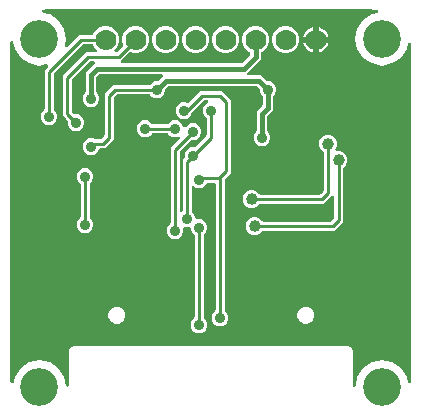
<source format=gbr>
G04 EAGLE Gerber RS-274X export*
G75*
%MOMM*%
%FSLAX34Y34*%
%LPD*%
%INTop Copper*%
%IPPOS*%
%AMOC8*
5,1,8,0,0,1.08239X$1,22.5*%
G01*
%ADD10C,1.778000*%
%ADD11C,3.200000*%
%ADD12C,0.254000*%
%ADD13C,0.908000*%
%ADD14C,1.008000*%
%ADD15C,0.406400*%

G36*
X296463Y30354D02*
X296463Y30354D01*
X296587Y30362D01*
X296620Y30372D01*
X296655Y30376D01*
X296771Y30421D01*
X296889Y30460D01*
X296919Y30478D01*
X296952Y30491D01*
X297053Y30563D01*
X297158Y30630D01*
X297182Y30655D01*
X297211Y30676D01*
X297291Y30771D01*
X297376Y30861D01*
X297393Y30892D01*
X297415Y30919D01*
X297470Y31031D01*
X297530Y31140D01*
X297538Y31174D01*
X297553Y31205D01*
X297595Y31361D01*
X299050Y38678D01*
X303966Y46034D01*
X311322Y50950D01*
X320000Y52676D01*
X328678Y50950D01*
X336034Y46034D01*
X340950Y38678D01*
X341826Y34273D01*
X341835Y34246D01*
X341838Y34218D01*
X341885Y34095D01*
X341927Y33971D01*
X341942Y33947D01*
X341952Y33921D01*
X342028Y33814D01*
X342099Y33704D01*
X342120Y33685D01*
X342136Y33662D01*
X342236Y33577D01*
X342333Y33488D01*
X342357Y33475D01*
X342379Y33456D01*
X342497Y33399D01*
X342612Y33337D01*
X342640Y33330D01*
X342665Y33318D01*
X342794Y33292D01*
X342921Y33260D01*
X342949Y33260D01*
X342977Y33255D01*
X343108Y33261D01*
X343239Y33262D01*
X343266Y33270D01*
X343295Y33271D01*
X343419Y33310D01*
X343546Y33344D01*
X343571Y33358D01*
X343598Y33366D01*
X343709Y33435D01*
X343824Y33499D01*
X343845Y33518D01*
X343869Y33533D01*
X343959Y33628D01*
X344054Y33718D01*
X344069Y33742D01*
X344089Y33763D01*
X344153Y33877D01*
X344223Y33988D01*
X344231Y34015D01*
X344245Y34039D01*
X344297Y34192D01*
X344588Y35279D01*
X344594Y35323D01*
X344608Y35365D01*
X344629Y35525D01*
X344699Y36605D01*
X344917Y39917D01*
X344915Y39938D01*
X344919Y40000D01*
X344919Y315000D01*
X344917Y315021D01*
X344917Y315083D01*
X344629Y319475D01*
X344620Y319519D01*
X344620Y319563D01*
X344588Y319721D01*
X344297Y320808D01*
X344286Y320834D01*
X344281Y320862D01*
X344226Y320981D01*
X344177Y321102D01*
X344160Y321125D01*
X344148Y321151D01*
X344065Y321253D01*
X343987Y321358D01*
X343965Y321376D01*
X343947Y321398D01*
X343842Y321476D01*
X343740Y321558D01*
X343714Y321570D01*
X343692Y321587D01*
X343570Y321636D01*
X343451Y321691D01*
X343423Y321696D01*
X343397Y321706D01*
X343267Y321724D01*
X343138Y321747D01*
X343110Y321745D01*
X343082Y321749D01*
X342951Y321733D01*
X342821Y321724D01*
X342794Y321715D01*
X342766Y321712D01*
X342644Y321664D01*
X342519Y321623D01*
X342496Y321607D01*
X342469Y321597D01*
X342362Y321521D01*
X342252Y321450D01*
X342233Y321429D01*
X342210Y321412D01*
X342126Y321312D01*
X342037Y321216D01*
X342023Y321191D01*
X342005Y321169D01*
X341948Y321051D01*
X341886Y320936D01*
X341880Y320908D01*
X341867Y320883D01*
X341826Y320727D01*
X340950Y316322D01*
X336034Y308966D01*
X328678Y304050D01*
X320000Y302324D01*
X311322Y304050D01*
X303966Y308966D01*
X299050Y316322D01*
X297324Y325000D01*
X299050Y333678D01*
X303966Y341034D01*
X311322Y345950D01*
X315727Y346826D01*
X315754Y346835D01*
X315782Y346838D01*
X315905Y346885D01*
X316029Y346927D01*
X316053Y346942D01*
X316079Y346952D01*
X316186Y347028D01*
X316296Y347099D01*
X316315Y347120D01*
X316338Y347136D01*
X316423Y347236D01*
X316512Y347333D01*
X316525Y347357D01*
X316544Y347379D01*
X316601Y347497D01*
X316663Y347612D01*
X316670Y347640D01*
X316682Y347665D01*
X316708Y347794D01*
X316740Y347921D01*
X316740Y347949D01*
X316745Y347977D01*
X316739Y348108D01*
X316738Y348239D01*
X316730Y348266D01*
X316729Y348295D01*
X316690Y348420D01*
X316656Y348546D01*
X316643Y348571D01*
X316634Y348598D01*
X316565Y348710D01*
X316501Y348824D01*
X316482Y348844D01*
X316467Y348869D01*
X316372Y348959D01*
X316282Y349054D01*
X316258Y349069D01*
X316237Y349089D01*
X316123Y349153D01*
X316012Y349223D01*
X315985Y349231D01*
X315961Y349245D01*
X315808Y349297D01*
X314721Y349588D01*
X314677Y349594D01*
X314635Y349608D01*
X314475Y349629D01*
X310083Y349917D01*
X310062Y349915D01*
X310000Y349919D01*
X41045Y349919D01*
X40919Y349903D01*
X40794Y349894D01*
X40747Y349882D01*
X40729Y349879D01*
X40709Y349871D01*
X40677Y349863D01*
X39873Y349916D01*
X39852Y349915D01*
X39789Y349919D01*
X38888Y349919D01*
X38880Y349922D01*
X38871Y349922D01*
X38863Y349924D01*
X38702Y349934D01*
X35494Y349938D01*
X35450Y349932D01*
X35406Y349935D01*
X35246Y349914D01*
X33251Y349519D01*
X33184Y349497D01*
X33115Y349485D01*
X33034Y349447D01*
X32950Y349419D01*
X32890Y349381D01*
X32826Y349351D01*
X32757Y349295D01*
X32682Y349247D01*
X32634Y349195D01*
X32580Y349151D01*
X32527Y349079D01*
X32466Y349014D01*
X32433Y348952D01*
X32391Y348895D01*
X32357Y348812D01*
X32315Y348734D01*
X32298Y348666D01*
X32271Y348600D01*
X32259Y348512D01*
X32237Y348426D01*
X32238Y348355D01*
X32228Y348285D01*
X32239Y348197D01*
X32239Y348108D01*
X32257Y348039D01*
X32266Y347969D01*
X32298Y347886D01*
X32320Y347800D01*
X32355Y347738D01*
X32380Y347673D01*
X32432Y347600D01*
X32475Y347522D01*
X32524Y347471D01*
X32565Y347414D01*
X32633Y347356D01*
X32694Y347292D01*
X32754Y347254D01*
X32808Y347209D01*
X32888Y347170D01*
X32964Y347123D01*
X33031Y347101D01*
X33094Y347071D01*
X33250Y347029D01*
X38678Y345950D01*
X46034Y341034D01*
X50950Y333678D01*
X52676Y325000D01*
X51542Y319298D01*
X51534Y319194D01*
X51518Y319091D01*
X51523Y319036D01*
X51519Y318981D01*
X51538Y318879D01*
X51548Y318774D01*
X51566Y318722D01*
X51576Y318668D01*
X51620Y318574D01*
X51655Y318475D01*
X51686Y318429D01*
X51709Y318379D01*
X51775Y318299D01*
X51834Y318212D01*
X51875Y318175D01*
X51910Y318133D01*
X51994Y318071D01*
X52072Y318002D01*
X52121Y317976D01*
X52166Y317944D01*
X52263Y317904D01*
X52356Y317857D01*
X52409Y317845D01*
X52461Y317824D01*
X52564Y317810D01*
X52666Y317787D01*
X52721Y317789D01*
X52776Y317782D01*
X52879Y317794D01*
X52984Y317797D01*
X53037Y317812D01*
X53092Y317819D01*
X53189Y317856D01*
X53289Y317885D01*
X53337Y317913D01*
X53388Y317933D01*
X53473Y317994D01*
X53563Y318047D01*
X53630Y318105D01*
X53647Y318118D01*
X53657Y318129D01*
X53684Y318153D01*
X63642Y328111D01*
X74458Y328111D01*
X74487Y328114D01*
X74517Y328112D01*
X74645Y328134D01*
X74773Y328151D01*
X74801Y328161D01*
X74830Y328166D01*
X74948Y328220D01*
X75069Y328268D01*
X75093Y328285D01*
X75120Y328297D01*
X75221Y328378D01*
X75326Y328454D01*
X75345Y328477D01*
X75368Y328496D01*
X75446Y328599D01*
X75529Y328699D01*
X75542Y328726D01*
X75560Y328750D01*
X75630Y328894D01*
X76409Y330775D01*
X79625Y333991D01*
X83826Y335731D01*
X88374Y335731D01*
X92575Y333991D01*
X95791Y330775D01*
X97531Y326574D01*
X97531Y322026D01*
X95791Y317825D01*
X93823Y315857D01*
X93738Y315748D01*
X93649Y315641D01*
X93640Y315622D01*
X93628Y315606D01*
X93573Y315478D01*
X93514Y315353D01*
X93510Y315333D01*
X93502Y315314D01*
X93480Y315176D01*
X93454Y315040D01*
X93455Y315020D01*
X93452Y315000D01*
X93465Y314861D01*
X93474Y314723D01*
X93480Y314704D01*
X93482Y314684D01*
X93529Y314552D01*
X93572Y314421D01*
X93582Y314403D01*
X93589Y314384D01*
X93667Y314269D01*
X93742Y314152D01*
X93756Y314138D01*
X93768Y314121D01*
X93872Y314029D01*
X93973Y313934D01*
X93991Y313924D01*
X94006Y313911D01*
X94130Y313847D01*
X94252Y313780D01*
X94271Y313775D01*
X94289Y313766D01*
X94425Y313736D01*
X94560Y313701D01*
X94588Y313699D01*
X94600Y313696D01*
X94620Y313697D01*
X94720Y313691D01*
X94976Y313691D01*
X95074Y313703D01*
X95173Y313706D01*
X95231Y313723D01*
X95291Y313731D01*
X95383Y313767D01*
X95479Y313795D01*
X95531Y313825D01*
X95587Y313848D01*
X95667Y313906D01*
X95752Y313956D01*
X95828Y314022D01*
X95844Y314034D01*
X95852Y314044D01*
X95873Y314062D01*
X100573Y318762D01*
X100591Y318786D01*
X100614Y318805D01*
X100688Y318911D01*
X100768Y319014D01*
X100780Y319041D01*
X100797Y319065D01*
X100843Y319186D01*
X100894Y319305D01*
X100899Y319335D01*
X100910Y319362D01*
X100924Y319491D01*
X100944Y319620D01*
X100942Y319649D01*
X100945Y319678D01*
X100927Y319807D01*
X100914Y319936D01*
X100904Y319964D01*
X100900Y319993D01*
X100848Y320146D01*
X100069Y322026D01*
X100069Y326574D01*
X101809Y330775D01*
X105025Y333991D01*
X109226Y335731D01*
X113774Y335731D01*
X117975Y333991D01*
X121191Y330775D01*
X122931Y326574D01*
X122931Y322026D01*
X121191Y317825D01*
X117975Y314609D01*
X113774Y312869D01*
X109226Y312869D01*
X107346Y313648D01*
X107317Y313656D01*
X107291Y313670D01*
X107164Y313698D01*
X107039Y313732D01*
X107009Y313733D01*
X106980Y313739D01*
X106851Y313735D01*
X106721Y313737D01*
X106692Y313730D01*
X106663Y313730D01*
X106538Y313693D01*
X106412Y313663D01*
X106385Y313649D01*
X106357Y313641D01*
X106245Y313575D01*
X106130Y313514D01*
X106109Y313495D01*
X106083Y313480D01*
X105962Y313373D01*
X99049Y306459D01*
X98963Y306350D01*
X98875Y306243D01*
X98866Y306224D01*
X98854Y306208D01*
X98798Y306080D01*
X98739Y305955D01*
X98735Y305935D01*
X98727Y305916D01*
X98705Y305778D01*
X98679Y305642D01*
X98681Y305622D01*
X98678Y305602D01*
X98691Y305463D01*
X98699Y305325D01*
X98705Y305306D01*
X98707Y305286D01*
X98755Y305154D01*
X98797Y305023D01*
X98808Y305005D01*
X98815Y304986D01*
X98893Y304871D01*
X98967Y304754D01*
X98982Y304740D01*
X98994Y304723D01*
X99098Y304631D01*
X99199Y304536D01*
X99217Y304526D01*
X99232Y304513D01*
X99356Y304449D01*
X99478Y304382D01*
X99497Y304377D01*
X99515Y304368D01*
X99651Y304338D01*
X99785Y304303D01*
X99814Y304301D01*
X99825Y304298D01*
X99846Y304299D01*
X99946Y304293D01*
X200780Y304293D01*
X200878Y304305D01*
X200977Y304308D01*
X201036Y304325D01*
X201096Y304333D01*
X201188Y304369D01*
X201283Y304397D01*
X201335Y304427D01*
X201391Y304450D01*
X201471Y304508D01*
X201557Y304558D01*
X201632Y304624D01*
X201649Y304636D01*
X201657Y304646D01*
X201678Y304664D01*
X208156Y311142D01*
X208216Y311221D01*
X208284Y311293D01*
X208313Y311346D01*
X208350Y311394D01*
X208390Y311485D01*
X208438Y311571D01*
X208453Y311630D01*
X208477Y311685D01*
X208492Y311783D01*
X208517Y311879D01*
X208523Y311979D01*
X208527Y312000D01*
X208525Y312012D01*
X208527Y312040D01*
X208527Y312973D01*
X208524Y313003D01*
X208526Y313032D01*
X208504Y313160D01*
X208487Y313289D01*
X208477Y313316D01*
X208472Y313346D01*
X208418Y313464D01*
X208370Y313585D01*
X208353Y313609D01*
X208341Y313636D01*
X208260Y313737D01*
X208184Y313842D01*
X208161Y313861D01*
X208142Y313884D01*
X208039Y313962D01*
X207939Y314045D01*
X207912Y314057D01*
X207888Y314075D01*
X207744Y314146D01*
X206625Y314609D01*
X203409Y317825D01*
X201669Y322026D01*
X201669Y326574D01*
X203409Y330775D01*
X206625Y333991D01*
X210826Y335731D01*
X215374Y335731D01*
X219575Y333991D01*
X222791Y330775D01*
X224531Y326574D01*
X224531Y322026D01*
X222791Y317825D01*
X219575Y314609D01*
X218456Y314146D01*
X218431Y314131D01*
X218403Y314122D01*
X218293Y314053D01*
X218180Y313989D01*
X218159Y313968D01*
X218134Y313952D01*
X218045Y313858D01*
X217952Y313767D01*
X217936Y313742D01*
X217916Y313721D01*
X217853Y313607D01*
X217785Y313496D01*
X217777Y313468D01*
X217762Y313442D01*
X217730Y313316D01*
X217692Y313192D01*
X217690Y313163D01*
X217683Y313134D01*
X217673Y312973D01*
X217673Y307726D01*
X208144Y298198D01*
X206246Y296299D01*
X206161Y296190D01*
X206072Y296083D01*
X206064Y296064D01*
X206051Y296048D01*
X205996Y295920D01*
X205937Y295795D01*
X205933Y295775D01*
X205925Y295756D01*
X205903Y295618D01*
X205877Y295482D01*
X205878Y295462D01*
X205875Y295442D01*
X205888Y295303D01*
X205897Y295165D01*
X205903Y295146D01*
X205905Y295126D01*
X205952Y294994D01*
X205995Y294863D01*
X206006Y294845D01*
X206013Y294826D01*
X206091Y294711D01*
X206165Y294594D01*
X206180Y294580D01*
X206191Y294563D01*
X206295Y294471D01*
X206397Y294376D01*
X206414Y294366D01*
X206430Y294353D01*
X206554Y294289D01*
X206675Y294222D01*
X206695Y294217D01*
X206713Y294208D01*
X206849Y294178D01*
X206983Y294143D01*
X207011Y294141D01*
X207023Y294138D01*
X207044Y294139D01*
X207144Y294133D01*
X217794Y294133D01*
X222534Y289392D01*
X222613Y289332D01*
X222685Y289264D01*
X222738Y289235D01*
X222786Y289198D01*
X222877Y289158D01*
X222963Y289110D01*
X223022Y289095D01*
X223077Y289071D01*
X223175Y289056D01*
X223271Y289031D01*
X223371Y289025D01*
X223392Y289021D01*
X223404Y289023D01*
X223432Y289021D01*
X224928Y289021D01*
X227531Y287943D01*
X229523Y285951D01*
X230601Y283348D01*
X230601Y280532D01*
X229523Y277929D01*
X228464Y276871D01*
X228404Y276793D01*
X228336Y276720D01*
X228307Y276667D01*
X228270Y276620D01*
X228230Y276529D01*
X228182Y276442D01*
X228167Y276383D01*
X228143Y276328D01*
X228128Y276230D01*
X228103Y276134D01*
X228097Y276034D01*
X228093Y276014D01*
X228095Y276001D01*
X228093Y275973D01*
X228093Y264806D01*
X223384Y260098D01*
X223324Y260019D01*
X223256Y259947D01*
X223227Y259894D01*
X223190Y259846D01*
X223150Y259755D01*
X223102Y259669D01*
X223087Y259610D01*
X223063Y259555D01*
X223048Y259457D01*
X223023Y259361D01*
X223017Y259261D01*
X223013Y259240D01*
X223015Y259228D01*
X223013Y259200D01*
X223013Y247267D01*
X223025Y247168D01*
X223028Y247069D01*
X223045Y247011D01*
X223053Y246951D01*
X223089Y246859D01*
X223117Y246764D01*
X223147Y246712D01*
X223170Y246655D01*
X223228Y246575D01*
X223278Y246490D01*
X223344Y246415D01*
X223356Y246398D01*
X223366Y246390D01*
X223384Y246369D01*
X224443Y245311D01*
X225521Y242708D01*
X225521Y239892D01*
X224443Y237289D01*
X222451Y235297D01*
X219848Y234219D01*
X217032Y234219D01*
X214429Y235297D01*
X212437Y237289D01*
X211359Y239892D01*
X211359Y242708D01*
X212437Y245311D01*
X213496Y246369D01*
X213556Y246447D01*
X213624Y246520D01*
X213653Y246573D01*
X213690Y246620D01*
X213730Y246711D01*
X213778Y246798D01*
X213793Y246857D01*
X213817Y246912D01*
X213832Y247010D01*
X213857Y247106D01*
X213863Y247206D01*
X213867Y247226D01*
X213865Y247239D01*
X213867Y247267D01*
X213867Y263514D01*
X218576Y268222D01*
X218636Y268301D01*
X218704Y268373D01*
X218733Y268426D01*
X218770Y268474D01*
X218810Y268565D01*
X218858Y268651D01*
X218873Y268710D01*
X218897Y268765D01*
X218912Y268863D01*
X218937Y268959D01*
X218943Y269059D01*
X218947Y269080D01*
X218945Y269092D01*
X218947Y269120D01*
X218947Y275973D01*
X218935Y276072D01*
X218932Y276171D01*
X218915Y276229D01*
X218907Y276289D01*
X218871Y276381D01*
X218843Y276476D01*
X218813Y276528D01*
X218790Y276585D01*
X218732Y276665D01*
X218682Y276750D01*
X218616Y276825D01*
X218604Y276842D01*
X218594Y276850D01*
X218576Y276871D01*
X217517Y277929D01*
X216439Y280532D01*
X216439Y282028D01*
X216427Y282126D01*
X216424Y282225D01*
X216407Y282284D01*
X216399Y282344D01*
X216363Y282436D01*
X216335Y282531D01*
X216305Y282583D01*
X216282Y282639D01*
X216224Y282719D01*
X216174Y282805D01*
X216108Y282880D01*
X216096Y282897D01*
X216086Y282905D01*
X216068Y282926D01*
X214378Y284616D01*
X214299Y284676D01*
X214227Y284744D01*
X214174Y284773D01*
X214126Y284810D01*
X214035Y284850D01*
X213949Y284898D01*
X213890Y284913D01*
X213835Y284937D01*
X213737Y284952D01*
X213641Y284977D01*
X213541Y284983D01*
X213520Y284987D01*
X213508Y284985D01*
X213480Y284987D01*
X139580Y284987D01*
X139482Y284975D01*
X139383Y284972D01*
X139324Y284955D01*
X139264Y284947D01*
X139172Y284911D01*
X139077Y284883D01*
X139025Y284853D01*
X138969Y284830D01*
X138889Y284772D01*
X138803Y284722D01*
X138728Y284656D01*
X138711Y284644D01*
X138703Y284634D01*
X138682Y284616D01*
X136992Y282926D01*
X136932Y282847D01*
X136864Y282775D01*
X136835Y282722D01*
X136798Y282674D01*
X136758Y282583D01*
X136710Y282497D01*
X136695Y282438D01*
X136671Y282383D01*
X136656Y282285D01*
X136631Y282189D01*
X136625Y282089D01*
X136621Y282068D01*
X136623Y282056D01*
X136621Y282028D01*
X136621Y280532D01*
X135543Y277929D01*
X133551Y275937D01*
X130948Y274859D01*
X128132Y274859D01*
X125529Y275937D01*
X123709Y277758D01*
X123631Y277818D01*
X123558Y277886D01*
X123505Y277915D01*
X123458Y277952D01*
X123367Y277992D01*
X123280Y278040D01*
X123221Y278055D01*
X123166Y278079D01*
X123068Y278094D01*
X122972Y278119D01*
X122872Y278125D01*
X122852Y278129D01*
X122839Y278127D01*
X122811Y278129D01*
X96084Y278129D01*
X95986Y278117D01*
X95887Y278114D01*
X95829Y278097D01*
X95769Y278089D01*
X95677Y278053D01*
X95581Y278025D01*
X95529Y277995D01*
X95473Y277972D01*
X95393Y277914D01*
X95308Y277864D01*
X95232Y277798D01*
X95216Y277786D01*
X95208Y277776D01*
X95187Y277758D01*
X93082Y275653D01*
X93022Y275575D01*
X92954Y275503D01*
X92925Y275450D01*
X92888Y275402D01*
X92848Y275311D01*
X92800Y275224D01*
X92785Y275166D01*
X92761Y275110D01*
X92746Y275012D01*
X92721Y274916D01*
X92715Y274816D01*
X92711Y274796D01*
X92713Y274784D01*
X92711Y274756D01*
X92711Y239722D01*
X85398Y232409D01*
X81646Y232409D01*
X81617Y232406D01*
X81587Y232408D01*
X81459Y232386D01*
X81330Y232369D01*
X81303Y232359D01*
X81274Y232354D01*
X81155Y232300D01*
X81035Y232252D01*
X81011Y232235D01*
X80984Y232223D01*
X80882Y232142D01*
X80777Y232066D01*
X80758Y232043D01*
X80735Y232024D01*
X80657Y231921D01*
X80574Y231821D01*
X80562Y231794D01*
X80544Y231770D01*
X80473Y231626D01*
X79663Y229669D01*
X77671Y227677D01*
X75068Y226599D01*
X72252Y226599D01*
X69649Y227677D01*
X67657Y229669D01*
X66579Y232272D01*
X66579Y235088D01*
X67657Y237691D01*
X69649Y239683D01*
X72252Y240761D01*
X75068Y240761D01*
X76598Y240127D01*
X76606Y240125D01*
X76615Y240120D01*
X76760Y240083D01*
X76904Y240043D01*
X76914Y240043D01*
X76923Y240041D01*
X77083Y240031D01*
X81716Y240031D01*
X81814Y240043D01*
X81913Y240046D01*
X81971Y240063D01*
X82031Y240071D01*
X82123Y240107D01*
X82219Y240135D01*
X82271Y240165D01*
X82327Y240188D01*
X82407Y240246D01*
X82492Y240296D01*
X82568Y240362D01*
X82584Y240374D01*
X82592Y240384D01*
X82613Y240402D01*
X84718Y242507D01*
X84778Y242585D01*
X84846Y242657D01*
X84875Y242710D01*
X84912Y242758D01*
X84952Y242849D01*
X85000Y242936D01*
X85015Y242994D01*
X85039Y243050D01*
X85054Y243148D01*
X85079Y243244D01*
X85085Y243344D01*
X85089Y243364D01*
X85087Y243376D01*
X85089Y243404D01*
X85089Y278438D01*
X92402Y285751D01*
X122811Y285751D01*
X122910Y285763D01*
X123009Y285766D01*
X123067Y285783D01*
X123127Y285791D01*
X123219Y285827D01*
X123314Y285855D01*
X123366Y285885D01*
X123423Y285908D01*
X123503Y285966D01*
X123588Y286016D01*
X123663Y286082D01*
X123680Y286094D01*
X123688Y286104D01*
X123709Y286122D01*
X125529Y287943D01*
X128132Y289021D01*
X129628Y289021D01*
X129726Y289033D01*
X129825Y289036D01*
X129884Y289053D01*
X129944Y289061D01*
X130036Y289097D01*
X130131Y289125D01*
X130183Y289155D01*
X130239Y289178D01*
X130319Y289236D01*
X130405Y289286D01*
X130480Y289352D01*
X130497Y289364D01*
X130505Y289374D01*
X130526Y289392D01*
X134114Y292981D01*
X134199Y293090D01*
X134288Y293197D01*
X134296Y293216D01*
X134309Y293232D01*
X134364Y293360D01*
X134423Y293485D01*
X134427Y293505D01*
X134435Y293524D01*
X134457Y293662D01*
X134483Y293798D01*
X134482Y293818D01*
X134485Y293838D01*
X134472Y293977D01*
X134463Y294115D01*
X134457Y294134D01*
X134455Y294154D01*
X134408Y294286D01*
X134365Y294417D01*
X134354Y294435D01*
X134347Y294454D01*
X134269Y294569D01*
X134195Y294686D01*
X134180Y294700D01*
X134169Y294717D01*
X134065Y294809D01*
X133963Y294904D01*
X133946Y294914D01*
X133930Y294927D01*
X133806Y294991D01*
X133685Y295058D01*
X133665Y295063D01*
X133647Y295072D01*
X133511Y295102D01*
X133377Y295137D01*
X133349Y295139D01*
X133337Y295142D01*
X133316Y295141D01*
X133216Y295147D01*
X81160Y295147D01*
X81062Y295135D01*
X80963Y295132D01*
X80904Y295115D01*
X80844Y295107D01*
X80752Y295071D01*
X80657Y295043D01*
X80605Y295013D01*
X80549Y294990D01*
X80469Y294932D01*
X80383Y294882D01*
X80308Y294816D01*
X80291Y294804D01*
X80283Y294794D01*
X80262Y294776D01*
X78604Y293118D01*
X78544Y293039D01*
X78476Y292967D01*
X78447Y292914D01*
X78410Y292866D01*
X78370Y292775D01*
X78322Y292689D01*
X78307Y292630D01*
X78283Y292575D01*
X78268Y292477D01*
X78243Y292381D01*
X78237Y292281D01*
X78233Y292260D01*
X78235Y292248D01*
X78233Y292220D01*
X78233Y280287D01*
X78245Y280188D01*
X78248Y280089D01*
X78265Y280031D01*
X78273Y279971D01*
X78309Y279879D01*
X78337Y279784D01*
X78367Y279732D01*
X78390Y279675D01*
X78448Y279595D01*
X78498Y279510D01*
X78564Y279435D01*
X78576Y279418D01*
X78586Y279410D01*
X78604Y279389D01*
X79663Y278331D01*
X80741Y275728D01*
X80741Y272912D01*
X79663Y270309D01*
X77671Y268317D01*
X75068Y267239D01*
X72252Y267239D01*
X69649Y268317D01*
X67657Y270309D01*
X66579Y272912D01*
X66579Y275728D01*
X67657Y278331D01*
X68716Y279389D01*
X68776Y279467D01*
X68844Y279540D01*
X68873Y279593D01*
X68910Y279640D01*
X68950Y279731D01*
X68998Y279818D01*
X69013Y279877D01*
X69037Y279932D01*
X69052Y280030D01*
X69077Y280126D01*
X69083Y280226D01*
X69087Y280246D01*
X69085Y280259D01*
X69087Y280287D01*
X69087Y296534D01*
X76456Y303903D01*
X76541Y304012D01*
X76630Y304119D01*
X76638Y304138D01*
X76651Y304154D01*
X76706Y304282D01*
X76765Y304407D01*
X76769Y304427D01*
X76777Y304446D01*
X76799Y304584D01*
X76825Y304720D01*
X76824Y304740D01*
X76827Y304760D01*
X76814Y304899D01*
X76805Y305037D01*
X76799Y305056D01*
X76797Y305076D01*
X76750Y305208D01*
X76707Y305339D01*
X76696Y305357D01*
X76689Y305376D01*
X76611Y305491D01*
X76537Y305608D01*
X76522Y305622D01*
X76511Y305639D01*
X76407Y305731D01*
X76305Y305826D01*
X76288Y305836D01*
X76272Y305849D01*
X76148Y305913D01*
X76027Y305980D01*
X76007Y305985D01*
X75989Y305994D01*
X75853Y306024D01*
X75719Y306059D01*
X75691Y306061D01*
X75679Y306064D01*
X75658Y306063D01*
X75558Y306069D01*
X73224Y306069D01*
X73126Y306057D01*
X73027Y306054D01*
X72969Y306037D01*
X72909Y306029D01*
X72817Y305993D01*
X72721Y305965D01*
X72669Y305935D01*
X72613Y305912D01*
X72533Y305854D01*
X72448Y305804D01*
X72372Y305738D01*
X72356Y305726D01*
X72348Y305716D01*
X72327Y305698D01*
X57522Y290893D01*
X57462Y290815D01*
X57394Y290743D01*
X57365Y290690D01*
X57328Y290642D01*
X57288Y290551D01*
X57240Y290464D01*
X57225Y290406D01*
X57201Y290350D01*
X57186Y290252D01*
X57161Y290156D01*
X57155Y290056D01*
X57151Y290036D01*
X57153Y290024D01*
X57151Y289996D01*
X57151Y263724D01*
X57163Y263626D01*
X57166Y263527D01*
X57183Y263469D01*
X57191Y263409D01*
X57227Y263317D01*
X57255Y263221D01*
X57285Y263169D01*
X57308Y263113D01*
X57366Y263033D01*
X57416Y262948D01*
X57482Y262872D01*
X57494Y262856D01*
X57504Y262848D01*
X57522Y262827D01*
X58897Y261452D01*
X58975Y261392D01*
X59047Y261324D01*
X59100Y261295D01*
X59148Y261258D01*
X59239Y261218D01*
X59326Y261170D01*
X59384Y261155D01*
X59440Y261131D01*
X59538Y261116D01*
X59633Y261091D01*
X59734Y261085D01*
X59754Y261081D01*
X59766Y261083D01*
X59794Y261081D01*
X62368Y261081D01*
X64971Y260003D01*
X66963Y258011D01*
X68041Y255408D01*
X68041Y252592D01*
X66963Y249989D01*
X64971Y247997D01*
X62368Y246919D01*
X59552Y246919D01*
X56949Y247997D01*
X54957Y249989D01*
X53879Y252592D01*
X53879Y255166D01*
X53867Y255264D01*
X53864Y255363D01*
X53847Y255421D01*
X53839Y255481D01*
X53803Y255573D01*
X53775Y255669D01*
X53745Y255721D01*
X53722Y255777D01*
X53664Y255857D01*
X53614Y255942D01*
X53548Y256018D01*
X53536Y256034D01*
X53526Y256042D01*
X53508Y256063D01*
X52133Y257438D01*
X49529Y260042D01*
X49529Y293678D01*
X69542Y313691D01*
X77480Y313691D01*
X77617Y313708D01*
X77756Y313721D01*
X77775Y313728D01*
X77795Y313731D01*
X77924Y313782D01*
X78055Y313829D01*
X78072Y313840D01*
X78091Y313848D01*
X78203Y313929D01*
X78318Y314007D01*
X78332Y314023D01*
X78348Y314034D01*
X78437Y314142D01*
X78529Y314246D01*
X78538Y314264D01*
X78551Y314279D01*
X78610Y314405D01*
X78673Y314529D01*
X78678Y314549D01*
X78686Y314567D01*
X78713Y314703D01*
X78743Y314839D01*
X78742Y314860D01*
X78746Y314879D01*
X78738Y315018D01*
X78733Y315157D01*
X78728Y315177D01*
X78726Y315197D01*
X78684Y315329D01*
X78645Y315463D01*
X78635Y315480D01*
X78628Y315499D01*
X78554Y315617D01*
X78483Y315737D01*
X78465Y315758D01*
X78458Y315768D01*
X78443Y315782D01*
X78377Y315857D01*
X76409Y317825D01*
X75630Y319706D01*
X75616Y319731D01*
X75607Y319759D01*
X75537Y319869D01*
X75473Y319982D01*
X75452Y320003D01*
X75437Y320028D01*
X75342Y320117D01*
X75252Y320210D01*
X75226Y320226D01*
X75205Y320246D01*
X75091Y320309D01*
X74981Y320377D01*
X74952Y320385D01*
X74926Y320400D01*
X74801Y320432D01*
X74677Y320470D01*
X74647Y320472D01*
X74619Y320479D01*
X74458Y320489D01*
X67324Y320489D01*
X67226Y320477D01*
X67127Y320474D01*
X67069Y320457D01*
X67009Y320449D01*
X66917Y320413D01*
X66821Y320385D01*
X66769Y320355D01*
X66713Y320332D01*
X66633Y320274D01*
X66548Y320224D01*
X66472Y320158D01*
X66456Y320146D01*
X66448Y320136D01*
X66427Y320118D01*
X42282Y295973D01*
X42222Y295895D01*
X42154Y295823D01*
X42125Y295770D01*
X42088Y295722D01*
X42048Y295631D01*
X42000Y295544D01*
X41985Y295486D01*
X41961Y295430D01*
X41946Y295332D01*
X41921Y295236D01*
X41915Y295136D01*
X41911Y295116D01*
X41913Y295104D01*
X41911Y295076D01*
X41911Y265809D01*
X41923Y265710D01*
X41926Y265611D01*
X41943Y265553D01*
X41951Y265493D01*
X41987Y265401D01*
X42015Y265306D01*
X42045Y265254D01*
X42068Y265197D01*
X42126Y265117D01*
X42176Y265032D01*
X42242Y264957D01*
X42254Y264940D01*
X42264Y264932D01*
X42282Y264911D01*
X44103Y263091D01*
X45181Y260488D01*
X45181Y257672D01*
X44103Y255069D01*
X42111Y253077D01*
X39508Y251999D01*
X36692Y251999D01*
X34089Y253077D01*
X32097Y255069D01*
X31019Y257672D01*
X31019Y260488D01*
X32097Y263091D01*
X33918Y264911D01*
X33978Y264989D01*
X34046Y265062D01*
X34075Y265115D01*
X34112Y265162D01*
X34152Y265253D01*
X34200Y265340D01*
X34215Y265399D01*
X34239Y265454D01*
X34254Y265552D01*
X34279Y265648D01*
X34285Y265748D01*
X34289Y265768D01*
X34287Y265781D01*
X34289Y265809D01*
X34289Y298758D01*
X36847Y301316D01*
X36911Y301399D01*
X36982Y301475D01*
X37008Y301524D01*
X37042Y301567D01*
X37083Y301663D01*
X37133Y301755D01*
X37146Y301808D01*
X37168Y301859D01*
X37184Y301962D01*
X37210Y302064D01*
X37209Y302119D01*
X37218Y302173D01*
X37208Y302277D01*
X37207Y302382D01*
X37193Y302435D01*
X37188Y302490D01*
X37153Y302588D01*
X37126Y302689D01*
X37099Y302737D01*
X37080Y302789D01*
X37022Y302876D01*
X36971Y302967D01*
X36933Y303007D01*
X36902Y303052D01*
X36823Y303121D01*
X36752Y303197D01*
X36705Y303226D01*
X36663Y303263D01*
X36570Y303310D01*
X36482Y303365D01*
X36429Y303382D01*
X36380Y303407D01*
X36278Y303430D01*
X36179Y303462D01*
X36124Y303465D01*
X36070Y303477D01*
X35965Y303474D01*
X35861Y303480D01*
X35774Y303468D01*
X35752Y303467D01*
X35738Y303463D01*
X35702Y303458D01*
X30000Y302324D01*
X21322Y304050D01*
X13966Y308966D01*
X9050Y316322D01*
X7890Y322155D01*
X7855Y322260D01*
X7828Y322367D01*
X7805Y322410D01*
X7789Y322456D01*
X7730Y322549D01*
X7677Y322646D01*
X7644Y322682D01*
X7617Y322724D01*
X7536Y322799D01*
X7461Y322880D01*
X7420Y322906D01*
X7384Y322940D01*
X7286Y322992D01*
X7194Y323052D01*
X7147Y323067D01*
X7104Y323091D01*
X6997Y323117D01*
X6892Y323152D01*
X6843Y323156D01*
X6795Y323167D01*
X6685Y323167D01*
X6575Y323174D01*
X6526Y323166D01*
X6477Y323165D01*
X6370Y323137D01*
X6262Y323117D01*
X6217Y323096D01*
X6170Y323084D01*
X6073Y323030D01*
X5973Y322984D01*
X5935Y322953D01*
X5892Y322929D01*
X5812Y322853D01*
X5726Y322783D01*
X5697Y322743D01*
X5662Y322709D01*
X5603Y322616D01*
X5538Y322527D01*
X5519Y322481D01*
X5493Y322440D01*
X5460Y322334D01*
X5418Y322232D01*
X5404Y322157D01*
X5397Y322137D01*
X5396Y322119D01*
X5387Y322074D01*
X5092Y319851D01*
X5092Y319847D01*
X5091Y319844D01*
X5081Y319683D01*
X5081Y40000D01*
X5083Y39979D01*
X5083Y39917D01*
X5371Y35525D01*
X5380Y35481D01*
X5380Y35437D01*
X5412Y35279D01*
X5703Y34192D01*
X5714Y34166D01*
X5719Y34138D01*
X5774Y34019D01*
X5823Y33897D01*
X5840Y33875D01*
X5852Y33849D01*
X5935Y33747D01*
X6013Y33642D01*
X6035Y33624D01*
X6053Y33602D01*
X6158Y33524D01*
X6260Y33442D01*
X6286Y33430D01*
X6308Y33413D01*
X6430Y33364D01*
X6549Y33309D01*
X6577Y33304D01*
X6603Y33294D01*
X6733Y33276D01*
X6862Y33253D01*
X6890Y33255D01*
X6918Y33251D01*
X7049Y33267D01*
X7179Y33276D01*
X7206Y33285D01*
X7234Y33288D01*
X7356Y33335D01*
X7481Y33377D01*
X7505Y33393D01*
X7531Y33403D01*
X7638Y33479D01*
X7748Y33550D01*
X7767Y33571D01*
X7790Y33588D01*
X7874Y33688D01*
X7963Y33784D01*
X7977Y33809D01*
X7995Y33831D01*
X8052Y33949D01*
X8114Y34064D01*
X8120Y34092D01*
X8133Y34117D01*
X8174Y34273D01*
X9050Y38678D01*
X13966Y46034D01*
X21322Y50950D01*
X30000Y52676D01*
X38678Y50950D01*
X46034Y46034D01*
X50950Y38678D01*
X52405Y31361D01*
X52416Y31328D01*
X52421Y31293D01*
X52466Y31177D01*
X52506Y31059D01*
X52525Y31030D01*
X52538Y30997D01*
X52611Y30897D01*
X52678Y30792D01*
X52704Y30768D01*
X52724Y30740D01*
X52820Y30660D01*
X52912Y30576D01*
X52942Y30559D01*
X52969Y30537D01*
X53082Y30484D01*
X53192Y30425D01*
X53226Y30416D01*
X53257Y30402D01*
X53379Y30378D01*
X53500Y30348D01*
X53535Y30348D01*
X53570Y30342D01*
X53694Y30349D01*
X53818Y30350D01*
X53852Y30359D01*
X53887Y30362D01*
X54005Y30400D01*
X54126Y30432D01*
X54156Y30449D01*
X54189Y30460D01*
X54295Y30526D01*
X54403Y30587D01*
X54429Y30611D01*
X54458Y30630D01*
X54544Y30720D01*
X54634Y30806D01*
X54652Y30836D01*
X54676Y30861D01*
X54736Y30970D01*
X54802Y31076D01*
X54813Y31109D01*
X54830Y31140D01*
X54861Y31260D01*
X54898Y31379D01*
X54900Y31414D01*
X54909Y31448D01*
X54919Y31608D01*
X54919Y61011D01*
X55693Y62878D01*
X57122Y64307D01*
X58989Y65081D01*
X291011Y65081D01*
X292878Y64307D01*
X294307Y62878D01*
X295081Y61011D01*
X295081Y31608D01*
X295085Y31574D01*
X295083Y31539D01*
X295105Y31416D01*
X295121Y31293D01*
X295133Y31260D01*
X295140Y31226D01*
X295192Y31113D01*
X295238Y30997D01*
X295258Y30969D01*
X295273Y30937D01*
X295351Y30841D01*
X295424Y30740D01*
X295451Y30718D01*
X295473Y30690D01*
X295574Y30616D01*
X295669Y30537D01*
X295701Y30522D01*
X295729Y30501D01*
X295845Y30455D01*
X295957Y30402D01*
X295991Y30395D01*
X296024Y30382D01*
X296148Y30365D01*
X296269Y30342D01*
X296304Y30344D01*
X296339Y30339D01*
X296463Y30354D01*
G37*
%LPC*%
G36*
X163692Y75469D02*
X163692Y75469D01*
X161089Y76547D01*
X159097Y78539D01*
X158019Y81142D01*
X158019Y83958D01*
X159097Y86561D01*
X160918Y88381D01*
X160978Y88459D01*
X161046Y88532D01*
X161075Y88585D01*
X161112Y88632D01*
X161152Y88723D01*
X161200Y88810D01*
X161215Y88869D01*
X161239Y88924D01*
X161254Y89022D01*
X161279Y89118D01*
X161285Y89218D01*
X161289Y89238D01*
X161287Y89251D01*
X161289Y89279D01*
X161289Y158371D01*
X161277Y158470D01*
X161274Y158569D01*
X161257Y158627D01*
X161249Y158687D01*
X161213Y158779D01*
X161185Y158874D01*
X161155Y158926D01*
X161132Y158983D01*
X161074Y159063D01*
X161024Y159148D01*
X160958Y159223D01*
X160946Y159240D01*
X160936Y159248D01*
X160918Y159269D01*
X159097Y161089D01*
X158019Y163692D01*
X158019Y164432D01*
X158013Y164481D01*
X158015Y164531D01*
X157993Y164638D01*
X157979Y164747D01*
X157961Y164794D01*
X157951Y164842D01*
X157903Y164941D01*
X157862Y165043D01*
X157833Y165083D01*
X157811Y165128D01*
X157740Y165212D01*
X157676Y165300D01*
X157637Y165332D01*
X157605Y165370D01*
X157515Y165433D01*
X157431Y165503D01*
X157386Y165524D01*
X157345Y165553D01*
X157242Y165592D01*
X157143Y165639D01*
X157094Y165648D01*
X157047Y165666D01*
X156938Y165678D01*
X156831Y165698D01*
X156781Y165695D01*
X156731Y165701D01*
X156622Y165686D01*
X156513Y165679D01*
X156466Y165663D01*
X156416Y165656D01*
X156366Y165639D01*
X153532Y165639D01*
X153510Y165648D01*
X153376Y165685D01*
X153243Y165726D01*
X153223Y165727D01*
X153204Y165732D01*
X153064Y165734D01*
X152926Y165741D01*
X152906Y165737D01*
X152886Y165737D01*
X152750Y165705D01*
X152614Y165677D01*
X152596Y165668D01*
X152576Y165663D01*
X152453Y165598D01*
X152328Y165537D01*
X152313Y165524D01*
X152295Y165514D01*
X152192Y165421D01*
X152086Y165330D01*
X152075Y165314D01*
X152060Y165300D01*
X151983Y165184D01*
X151903Y165070D01*
X151896Y165052D01*
X151885Y165035D01*
X151840Y164902D01*
X151791Y164773D01*
X151788Y164753D01*
X151782Y164734D01*
X151771Y164595D01*
X151755Y164457D01*
X151758Y164437D01*
X151757Y164417D01*
X151780Y164280D01*
X151800Y164142D01*
X151809Y164115D01*
X151811Y164103D01*
X151819Y164085D01*
X151852Y163990D01*
X151861Y163968D01*
X151861Y161152D01*
X150783Y158549D01*
X148791Y156557D01*
X146188Y155479D01*
X143372Y155479D01*
X140769Y156557D01*
X138777Y158549D01*
X137699Y161152D01*
X137699Y163968D01*
X138777Y166571D01*
X140598Y168391D01*
X140658Y168469D01*
X140726Y168542D01*
X140755Y168595D01*
X140792Y168642D01*
X140832Y168733D01*
X140880Y168820D01*
X140895Y168879D01*
X140919Y168934D01*
X140934Y169032D01*
X140959Y169128D01*
X140965Y169228D01*
X140969Y169248D01*
X140967Y169261D01*
X140969Y169289D01*
X140969Y232718D01*
X148337Y240086D01*
X148380Y240141D01*
X148430Y240190D01*
X148477Y240266D01*
X148532Y240337D01*
X148560Y240402D01*
X148596Y240461D01*
X148623Y240547D01*
X148658Y240629D01*
X148669Y240698D01*
X148690Y240765D01*
X148694Y240854D01*
X148708Y240943D01*
X148702Y241013D01*
X148705Y241083D01*
X148687Y241170D01*
X148678Y241260D01*
X148655Y241326D01*
X148641Y241394D01*
X148601Y241475D01*
X148571Y241559D01*
X148531Y241617D01*
X148501Y241680D01*
X148443Y241748D01*
X148392Y241822D01*
X148340Y241869D01*
X148294Y241922D01*
X148221Y241974D01*
X148154Y242033D01*
X148092Y242065D01*
X148034Y242105D01*
X147950Y242137D01*
X147870Y242178D01*
X147802Y242193D01*
X147737Y242218D01*
X147648Y242228D01*
X147560Y242247D01*
X147490Y242245D01*
X147421Y242253D01*
X147332Y242240D01*
X147242Y242238D01*
X147175Y242218D01*
X147106Y242208D01*
X146954Y242156D01*
X146188Y241839D01*
X143372Y241839D01*
X140769Y242917D01*
X138949Y244738D01*
X138871Y244798D01*
X138798Y244866D01*
X138745Y244895D01*
X138698Y244932D01*
X138607Y244972D01*
X138520Y245020D01*
X138461Y245035D01*
X138406Y245059D01*
X138308Y245074D01*
X138212Y245099D01*
X138112Y245105D01*
X138092Y245109D01*
X138079Y245107D01*
X138051Y245109D01*
X126109Y245109D01*
X126010Y245097D01*
X125911Y245094D01*
X125853Y245077D01*
X125793Y245069D01*
X125701Y245033D01*
X125606Y245005D01*
X125554Y244975D01*
X125497Y244952D01*
X125417Y244894D01*
X125332Y244844D01*
X125257Y244778D01*
X125240Y244766D01*
X125232Y244756D01*
X125211Y244738D01*
X123391Y242917D01*
X120788Y241839D01*
X117972Y241839D01*
X115369Y242917D01*
X113377Y244909D01*
X112299Y247512D01*
X112299Y250328D01*
X113377Y252931D01*
X115369Y254923D01*
X117972Y256001D01*
X120788Y256001D01*
X123391Y254923D01*
X125211Y253102D01*
X125289Y253042D01*
X125362Y252974D01*
X125415Y252945D01*
X125462Y252908D01*
X125553Y252868D01*
X125640Y252820D01*
X125699Y252805D01*
X125754Y252781D01*
X125852Y252766D01*
X125948Y252741D01*
X126048Y252735D01*
X126068Y252731D01*
X126081Y252733D01*
X126109Y252731D01*
X138051Y252731D01*
X138150Y252743D01*
X138249Y252746D01*
X138307Y252763D01*
X138367Y252771D01*
X138459Y252807D01*
X138554Y252835D01*
X138606Y252865D01*
X138663Y252888D01*
X138743Y252946D01*
X138828Y252996D01*
X138903Y253062D01*
X138920Y253074D01*
X138928Y253084D01*
X138949Y253102D01*
X140769Y254923D01*
X143372Y256001D01*
X146188Y256001D01*
X148791Y254923D01*
X150783Y252931D01*
X151753Y250587D01*
X151822Y250467D01*
X151887Y250344D01*
X151901Y250329D01*
X151911Y250311D01*
X152008Y250211D01*
X152101Y250108D01*
X152118Y250097D01*
X152132Y250083D01*
X152251Y250010D01*
X152367Y249934D01*
X152386Y249927D01*
X152403Y249917D01*
X152536Y249876D01*
X152668Y249830D01*
X152688Y249829D01*
X152707Y249823D01*
X152846Y249816D01*
X152985Y249805D01*
X153005Y249809D01*
X153025Y249808D01*
X153161Y249836D01*
X153298Y249860D01*
X153317Y249868D01*
X153336Y249872D01*
X153462Y249933D01*
X153588Y249990D01*
X153604Y250003D01*
X153622Y250012D01*
X153728Y250103D01*
X153837Y250189D01*
X153849Y250205D01*
X153864Y250218D01*
X153911Y250284D01*
X156009Y252383D01*
X158612Y253461D01*
X161428Y253461D01*
X164031Y252383D01*
X166023Y250391D01*
X167101Y247788D01*
X167101Y244972D01*
X166023Y242369D01*
X164031Y240377D01*
X161428Y239299D01*
X158854Y239299D01*
X158756Y239287D01*
X158657Y239284D01*
X158599Y239267D01*
X158539Y239259D01*
X158447Y239223D01*
X158351Y239195D01*
X158299Y239165D01*
X158243Y239142D01*
X158163Y239084D01*
X158078Y239034D01*
X158002Y238968D01*
X157986Y238956D01*
X157978Y238946D01*
X157957Y238928D01*
X148962Y229933D01*
X148902Y229855D01*
X148834Y229783D01*
X148805Y229730D01*
X148768Y229682D01*
X148728Y229591D01*
X148680Y229504D01*
X148665Y229446D01*
X148641Y229390D01*
X148626Y229292D01*
X148601Y229196D01*
X148595Y229096D01*
X148591Y229076D01*
X148593Y229064D01*
X148591Y229036D01*
X148591Y179449D01*
X148594Y179424D01*
X148592Y179399D01*
X148614Y179267D01*
X148631Y179133D01*
X148640Y179110D01*
X148644Y179086D01*
X148698Y178962D01*
X148748Y178837D01*
X148762Y178817D01*
X148772Y178795D01*
X148855Y178689D01*
X148934Y178580D01*
X148954Y178564D01*
X148969Y178545D01*
X149076Y178463D01*
X149179Y178377D01*
X149202Y178367D01*
X149221Y178352D01*
X149346Y178299D01*
X149467Y178242D01*
X149491Y178237D01*
X149514Y178227D01*
X149648Y178207D01*
X149779Y178182D01*
X149804Y178183D01*
X149829Y178180D01*
X149963Y178193D01*
X150097Y178202D01*
X150120Y178209D01*
X150145Y178212D01*
X150271Y178258D01*
X150399Y178300D01*
X150420Y178313D01*
X150444Y178321D01*
X150554Y178398D01*
X150668Y178470D01*
X150685Y178488D01*
X150705Y178502D01*
X150794Y178603D01*
X150886Y178701D01*
X150898Y178723D01*
X150914Y178742D01*
X150995Y178881D01*
X151013Y178932D01*
X151021Y178946D01*
X151040Y178980D01*
X151066Y179082D01*
X151101Y179181D01*
X151105Y179235D01*
X151119Y179288D01*
X151129Y179449D01*
X151129Y222558D01*
X152568Y223997D01*
X152628Y224075D01*
X152696Y224147D01*
X152725Y224200D01*
X152762Y224248D01*
X152802Y224339D01*
X152850Y224426D01*
X152865Y224484D01*
X152889Y224540D01*
X152904Y224638D01*
X152929Y224734D01*
X152935Y224834D01*
X152939Y224854D01*
X152937Y224866D01*
X152939Y224894D01*
X152939Y227468D01*
X154017Y230071D01*
X156009Y232063D01*
X158612Y233141D01*
X161186Y233141D01*
X161284Y233153D01*
X161383Y233156D01*
X161441Y233173D01*
X161501Y233181D01*
X161593Y233217D01*
X161689Y233245D01*
X161741Y233275D01*
X161797Y233298D01*
X161877Y233356D01*
X161962Y233406D01*
X162038Y233472D01*
X162054Y233484D01*
X162062Y233494D01*
X162083Y233512D01*
X171078Y242507D01*
X171138Y242585D01*
X171206Y242657D01*
X171235Y242710D01*
X171272Y242758D01*
X171312Y242849D01*
X171360Y242936D01*
X171375Y242994D01*
X171399Y243050D01*
X171414Y243148D01*
X171439Y243244D01*
X171445Y243344D01*
X171449Y243364D01*
X171447Y243376D01*
X171449Y243404D01*
X171449Y257431D01*
X171437Y257530D01*
X171434Y257629D01*
X171417Y257687D01*
X171409Y257747D01*
X171373Y257839D01*
X171345Y257934D01*
X171315Y257986D01*
X171292Y258043D01*
X171234Y258123D01*
X171184Y258208D01*
X171118Y258283D01*
X171106Y258300D01*
X171096Y258308D01*
X171078Y258329D01*
X169257Y260149D01*
X168179Y262752D01*
X168179Y265568D01*
X169257Y268171D01*
X171249Y270163D01*
X172323Y270607D01*
X172383Y270642D01*
X172448Y270668D01*
X172521Y270720D01*
X172599Y270765D01*
X172649Y270813D01*
X172705Y270854D01*
X172763Y270924D01*
X172827Y270986D01*
X172864Y271046D01*
X172908Y271099D01*
X172947Y271181D01*
X172993Y271257D01*
X173014Y271324D01*
X173044Y271387D01*
X173061Y271475D01*
X173087Y271561D01*
X173090Y271631D01*
X173104Y271700D01*
X173098Y271789D01*
X173102Y271879D01*
X173088Y271947D01*
X173084Y272017D01*
X173056Y272102D01*
X173038Y272190D01*
X173007Y272253D01*
X172986Y272319D01*
X172938Y272395D01*
X172898Y272476D01*
X172853Y272529D01*
X172816Y272588D01*
X172750Y272650D01*
X172692Y272718D01*
X172635Y272758D01*
X172584Y272806D01*
X172505Y272849D01*
X172432Y272901D01*
X172366Y272926D01*
X172305Y272960D01*
X172219Y272982D01*
X172134Y273014D01*
X172065Y273022D01*
X171998Y273039D01*
X171837Y273049D01*
X169744Y273049D01*
X169646Y273037D01*
X169547Y273034D01*
X169489Y273017D01*
X169429Y273009D01*
X169337Y272973D01*
X169241Y272945D01*
X169189Y272915D01*
X169133Y272892D01*
X169053Y272834D01*
X168968Y272784D01*
X168892Y272718D01*
X168876Y272706D01*
X168868Y272696D01*
X168847Y272678D01*
X159852Y263683D01*
X159792Y263605D01*
X159724Y263533D01*
X159695Y263480D01*
X159658Y263432D01*
X159618Y263341D01*
X159570Y263254D01*
X159555Y263196D01*
X159531Y263140D01*
X159516Y263042D01*
X159491Y262946D01*
X159485Y262846D01*
X159481Y262826D01*
X159483Y262814D01*
X159481Y262786D01*
X159481Y262752D01*
X158403Y260149D01*
X156411Y258157D01*
X153808Y257079D01*
X150992Y257079D01*
X148389Y258157D01*
X146397Y260149D01*
X145319Y262752D01*
X145319Y265568D01*
X146397Y268171D01*
X148389Y270163D01*
X150992Y271241D01*
X153808Y271241D01*
X155021Y270738D01*
X155050Y270731D01*
X155076Y270717D01*
X155203Y270689D01*
X155328Y270654D01*
X155357Y270654D01*
X155386Y270648D01*
X155516Y270651D01*
X155646Y270649D01*
X155675Y270656D01*
X155704Y270657D01*
X155829Y270693D01*
X155955Y270724D01*
X155981Y270737D01*
X156010Y270746D01*
X156121Y270812D01*
X156236Y270872D01*
X156258Y270892D01*
X156284Y270907D01*
X156404Y271014D01*
X166062Y280671D01*
X184458Y280671D01*
X191771Y273358D01*
X191771Y211122D01*
X187062Y206413D01*
X187002Y206335D01*
X186934Y206263D01*
X186905Y206210D01*
X186868Y206162D01*
X186828Y206071D01*
X186780Y205984D01*
X186765Y205926D01*
X186741Y205870D01*
X186726Y205772D01*
X186701Y205676D01*
X186695Y205586D01*
X186693Y205576D01*
X186694Y205571D01*
X186691Y205556D01*
X186693Y205544D01*
X186691Y205516D01*
X186691Y95329D01*
X186703Y95230D01*
X186706Y95131D01*
X186723Y95073D01*
X186731Y95013D01*
X186767Y94921D01*
X186795Y94826D01*
X186825Y94774D01*
X186848Y94717D01*
X186906Y94637D01*
X186956Y94552D01*
X187022Y94477D01*
X187034Y94460D01*
X187044Y94452D01*
X187062Y94431D01*
X188883Y92611D01*
X189961Y90008D01*
X189961Y87192D01*
X188883Y84589D01*
X186891Y82597D01*
X184288Y81519D01*
X181472Y81519D01*
X178869Y82597D01*
X176877Y84589D01*
X175799Y87192D01*
X175799Y90008D01*
X176877Y92611D01*
X178698Y94431D01*
X178758Y94509D01*
X178826Y94582D01*
X178855Y94635D01*
X178892Y94682D01*
X178932Y94773D01*
X178980Y94860D01*
X178995Y94919D01*
X179019Y94974D01*
X179034Y95072D01*
X179059Y95168D01*
X179065Y95268D01*
X179069Y95288D01*
X179067Y95301D01*
X179069Y95329D01*
X179069Y201930D01*
X179054Y202048D01*
X179047Y202167D01*
X179034Y202205D01*
X179029Y202246D01*
X178986Y202356D01*
X178949Y202469D01*
X178927Y202504D01*
X178912Y202541D01*
X178843Y202637D01*
X178779Y202738D01*
X178749Y202766D01*
X178726Y202799D01*
X178634Y202875D01*
X178547Y202956D01*
X178512Y202976D01*
X178481Y203001D01*
X178373Y203052D01*
X178269Y203110D01*
X178229Y203120D01*
X178193Y203137D01*
X178076Y203159D01*
X177961Y203189D01*
X177901Y203193D01*
X177881Y203197D01*
X177860Y203195D01*
X177800Y203199D01*
X172560Y203199D01*
X172531Y203196D01*
X172501Y203198D01*
X172373Y203176D01*
X172244Y203159D01*
X172217Y203149D01*
X172188Y203144D01*
X172069Y203090D01*
X171949Y203042D01*
X171925Y203025D01*
X171898Y203013D01*
X171796Y202932D01*
X171691Y202856D01*
X171672Y202833D01*
X171649Y202814D01*
X171571Y202711D01*
X171488Y202611D01*
X171476Y202584D01*
X171458Y202560D01*
X171387Y202416D01*
X171103Y201729D01*
X169111Y199737D01*
X166508Y198659D01*
X163692Y198659D01*
X161089Y199737D01*
X160918Y199909D01*
X160808Y199994D01*
X160701Y200083D01*
X160682Y200091D01*
X160666Y200104D01*
X160539Y200159D01*
X160413Y200218D01*
X160393Y200222D01*
X160374Y200230D01*
X160237Y200252D01*
X160100Y200278D01*
X160080Y200277D01*
X160060Y200280D01*
X159922Y200267D01*
X159783Y200258D01*
X159764Y200252D01*
X159744Y200250D01*
X159612Y200203D01*
X159481Y200160D01*
X159464Y200150D01*
X159444Y200143D01*
X159329Y200064D01*
X159212Y199990D01*
X159198Y199975D01*
X159181Y199964D01*
X159089Y199860D01*
X158994Y199759D01*
X158984Y199741D01*
X158971Y199726D01*
X158907Y199602D01*
X158840Y199480D01*
X158835Y199460D01*
X158826Y199442D01*
X158796Y199306D01*
X158761Y199172D01*
X158759Y199144D01*
X158756Y199132D01*
X158757Y199112D01*
X158751Y199011D01*
X158751Y179449D01*
X158763Y179350D01*
X158766Y179251D01*
X158783Y179193D01*
X158791Y179133D01*
X158827Y179041D01*
X158855Y178946D01*
X158885Y178894D01*
X158908Y178837D01*
X158966Y178757D01*
X159016Y178672D01*
X159082Y178597D01*
X159094Y178580D01*
X159104Y178572D01*
X159122Y178551D01*
X160943Y176731D01*
X162021Y174128D01*
X162021Y173388D01*
X162027Y173339D01*
X162025Y173289D01*
X162047Y173182D01*
X162061Y173073D01*
X162079Y173026D01*
X162089Y172978D01*
X162137Y172879D01*
X162178Y172777D01*
X162207Y172737D01*
X162229Y172692D01*
X162300Y172608D01*
X162364Y172520D01*
X162403Y172488D01*
X162435Y172450D01*
X162525Y172387D01*
X162609Y172317D01*
X162654Y172296D01*
X162695Y172267D01*
X162798Y172228D01*
X162897Y172181D01*
X162946Y172172D01*
X162993Y172154D01*
X163102Y172142D01*
X163209Y172122D01*
X163259Y172125D01*
X163309Y172119D01*
X163418Y172134D01*
X163527Y172141D01*
X163574Y172157D01*
X163624Y172164D01*
X163674Y172181D01*
X166508Y172181D01*
X169111Y171103D01*
X171103Y169111D01*
X172181Y166508D01*
X172181Y163692D01*
X171103Y161089D01*
X169282Y159269D01*
X169222Y159191D01*
X169154Y159118D01*
X169125Y159065D01*
X169088Y159018D01*
X169048Y158927D01*
X169000Y158840D01*
X168985Y158781D01*
X168961Y158726D01*
X168946Y158628D01*
X168921Y158532D01*
X168915Y158432D01*
X168911Y158412D01*
X168913Y158399D01*
X168911Y158371D01*
X168911Y89279D01*
X168923Y89180D01*
X168926Y89081D01*
X168943Y89023D01*
X168951Y88963D01*
X168987Y88871D01*
X169015Y88776D01*
X169045Y88724D01*
X169068Y88667D01*
X169126Y88587D01*
X169176Y88502D01*
X169242Y88427D01*
X169254Y88410D01*
X169264Y88402D01*
X169282Y88381D01*
X171103Y86561D01*
X172181Y83958D01*
X172181Y81142D01*
X171103Y78539D01*
X169111Y76547D01*
X166508Y75469D01*
X163692Y75469D01*
G37*
%LPD*%
%LPC*%
G36*
X210582Y158789D02*
X210582Y158789D01*
X207796Y159943D01*
X205663Y162076D01*
X204509Y164862D01*
X204509Y167878D01*
X205663Y170664D01*
X207796Y172797D01*
X210582Y173951D01*
X213598Y173951D01*
X216384Y172797D01*
X218628Y170552D01*
X218707Y170492D01*
X218779Y170424D01*
X218832Y170395D01*
X218880Y170358D01*
X218971Y170318D01*
X219057Y170270D01*
X219116Y170255D01*
X219171Y170231D01*
X219269Y170216D01*
X219365Y170191D01*
X219465Y170185D01*
X219486Y170181D01*
X219498Y170183D01*
X219526Y170181D01*
X276026Y170181D01*
X276124Y170193D01*
X276223Y170196D01*
X276281Y170213D01*
X276341Y170221D01*
X276433Y170257D01*
X276529Y170285D01*
X276581Y170315D01*
X276637Y170338D01*
X276717Y170396D01*
X276802Y170446D01*
X276878Y170512D01*
X276894Y170524D01*
X276902Y170534D01*
X276923Y170552D01*
X279028Y172657D01*
X279088Y172735D01*
X279156Y172807D01*
X279185Y172860D01*
X279222Y172908D01*
X279262Y172999D01*
X279310Y173086D01*
X279325Y173144D01*
X279349Y173200D01*
X279364Y173298D01*
X279389Y173394D01*
X279395Y173494D01*
X279399Y173514D01*
X279397Y173526D01*
X279399Y173554D01*
X279399Y190936D01*
X279382Y191073D01*
X279369Y191212D01*
X279362Y191231D01*
X279359Y191251D01*
X279308Y191380D01*
X279261Y191511D01*
X279250Y191528D01*
X279242Y191547D01*
X279161Y191660D01*
X279083Y191775D01*
X279067Y191788D01*
X279056Y191804D01*
X278948Y191893D01*
X278844Y191985D01*
X278826Y191994D01*
X278811Y192007D01*
X278685Y192066D01*
X278561Y192130D01*
X278541Y192134D01*
X278523Y192143D01*
X278386Y192169D01*
X278251Y192199D01*
X278230Y192199D01*
X278211Y192203D01*
X278072Y192194D01*
X277933Y192190D01*
X277913Y192184D01*
X277893Y192183D01*
X277761Y192140D01*
X277627Y192101D01*
X277610Y192091D01*
X277591Y192085D01*
X277473Y192010D01*
X277353Y191940D01*
X277332Y191921D01*
X277322Y191915D01*
X277308Y191900D01*
X277233Y191833D01*
X275527Y190128D01*
X270818Y185419D01*
X216986Y185419D01*
X216888Y185407D01*
X216789Y185404D01*
X216730Y185387D01*
X216670Y185379D01*
X216578Y185343D01*
X216483Y185315D01*
X216431Y185285D01*
X216375Y185262D01*
X216295Y185204D01*
X216209Y185154D01*
X216134Y185088D01*
X216117Y185076D01*
X216109Y185066D01*
X216088Y185048D01*
X213844Y182803D01*
X211058Y181649D01*
X208042Y181649D01*
X205256Y182803D01*
X203123Y184936D01*
X201969Y187722D01*
X201969Y190738D01*
X203123Y193524D01*
X205256Y195657D01*
X208042Y196811D01*
X211058Y196811D01*
X213844Y195657D01*
X216088Y193412D01*
X216167Y193352D01*
X216239Y193284D01*
X216292Y193255D01*
X216340Y193218D01*
X216431Y193178D01*
X216517Y193130D01*
X216576Y193115D01*
X216631Y193091D01*
X216729Y193076D01*
X216825Y193051D01*
X216925Y193045D01*
X216946Y193041D01*
X216958Y193043D01*
X216986Y193041D01*
X267136Y193041D01*
X267234Y193053D01*
X267333Y193056D01*
X267391Y193073D01*
X267451Y193081D01*
X267543Y193117D01*
X267639Y193145D01*
X267691Y193175D01*
X267747Y193198D01*
X267827Y193256D01*
X267912Y193306D01*
X267988Y193372D01*
X268004Y193384D01*
X268012Y193394D01*
X268033Y193412D01*
X270138Y195517D01*
X270198Y195595D01*
X270266Y195667D01*
X270295Y195720D01*
X270332Y195768D01*
X270372Y195859D01*
X270420Y195946D01*
X270435Y196004D01*
X270459Y196060D01*
X270474Y196158D01*
X270499Y196254D01*
X270505Y196354D01*
X270509Y196374D01*
X270507Y196386D01*
X270509Y196414D01*
X270509Y228784D01*
X270497Y228882D01*
X270494Y228981D01*
X270477Y229040D01*
X270469Y229100D01*
X270433Y229192D01*
X270405Y229287D01*
X270375Y229339D01*
X270352Y229395D01*
X270294Y229475D01*
X270244Y229561D01*
X270178Y229636D01*
X270166Y229653D01*
X270156Y229661D01*
X270138Y229682D01*
X267893Y231926D01*
X266739Y234712D01*
X266739Y237728D01*
X267893Y240514D01*
X270026Y242647D01*
X272812Y243801D01*
X275828Y243801D01*
X278614Y242647D01*
X280747Y240514D01*
X281901Y237728D01*
X281901Y234712D01*
X280729Y231882D01*
X280644Y231781D01*
X280636Y231762D01*
X280623Y231746D01*
X280568Y231618D01*
X280509Y231493D01*
X280505Y231473D01*
X280497Y231455D01*
X280475Y231317D01*
X280449Y231180D01*
X280450Y231160D01*
X280447Y231140D01*
X280460Y231002D01*
X280469Y230863D01*
X280475Y230844D01*
X280477Y230824D01*
X280524Y230692D01*
X280567Y230561D01*
X280578Y230544D01*
X280584Y230525D01*
X280663Y230409D01*
X280737Y230292D01*
X280752Y230278D01*
X280763Y230261D01*
X280867Y230170D01*
X280969Y230074D01*
X280986Y230064D01*
X281001Y230051D01*
X281125Y229988D01*
X281247Y229920D01*
X281267Y229915D01*
X281285Y229906D01*
X281421Y229876D01*
X281555Y229841D01*
X281583Y229839D01*
X281595Y229836D01*
X281616Y229837D01*
X281716Y229831D01*
X284718Y229831D01*
X287504Y228677D01*
X289637Y226544D01*
X290791Y223758D01*
X290791Y220742D01*
X289637Y217956D01*
X287392Y215712D01*
X287332Y215633D01*
X287264Y215561D01*
X287235Y215508D01*
X287198Y215460D01*
X287158Y215369D01*
X287110Y215283D01*
X287095Y215224D01*
X287071Y215169D01*
X287056Y215071D01*
X287031Y214975D01*
X287025Y214875D01*
X287021Y214854D01*
X287023Y214842D01*
X287021Y214814D01*
X287021Y169872D01*
X279708Y162559D01*
X219526Y162559D01*
X219428Y162547D01*
X219329Y162544D01*
X219270Y162527D01*
X219210Y162519D01*
X219118Y162483D01*
X219023Y162455D01*
X218971Y162425D01*
X218915Y162402D01*
X218835Y162344D01*
X218749Y162294D01*
X218674Y162228D01*
X218657Y162216D01*
X218649Y162206D01*
X218628Y162188D01*
X216384Y159943D01*
X213598Y158789D01*
X210582Y158789D01*
G37*
%LPD*%
%LPC*%
G36*
X67172Y160559D02*
X67172Y160559D01*
X64569Y161637D01*
X62577Y163629D01*
X61499Y166232D01*
X61499Y169048D01*
X62577Y171651D01*
X64398Y173471D01*
X64458Y173549D01*
X64526Y173622D01*
X64555Y173675D01*
X64592Y173722D01*
X64632Y173813D01*
X64680Y173900D01*
X64695Y173959D01*
X64719Y174014D01*
X64734Y174112D01*
X64759Y174208D01*
X64765Y174308D01*
X64769Y174328D01*
X64767Y174341D01*
X64769Y174369D01*
X64769Y201551D01*
X64757Y201650D01*
X64754Y201749D01*
X64737Y201807D01*
X64729Y201867D01*
X64693Y201959D01*
X64665Y202054D01*
X64635Y202106D01*
X64612Y202163D01*
X64554Y202243D01*
X64504Y202328D01*
X64438Y202403D01*
X64426Y202420D01*
X64416Y202428D01*
X64398Y202449D01*
X62577Y204269D01*
X61499Y206872D01*
X61499Y209688D01*
X62577Y212291D01*
X64569Y214283D01*
X67172Y215361D01*
X69988Y215361D01*
X72591Y214283D01*
X74583Y212291D01*
X75661Y209688D01*
X75661Y206872D01*
X74583Y204269D01*
X72762Y202449D01*
X72702Y202371D01*
X72634Y202298D01*
X72605Y202245D01*
X72568Y202198D01*
X72528Y202107D01*
X72480Y202020D01*
X72465Y201961D01*
X72441Y201906D01*
X72426Y201808D01*
X72401Y201712D01*
X72395Y201612D01*
X72391Y201592D01*
X72393Y201579D01*
X72391Y201551D01*
X72391Y174369D01*
X72403Y174270D01*
X72406Y174171D01*
X72423Y174113D01*
X72431Y174053D01*
X72467Y173961D01*
X72495Y173866D01*
X72525Y173814D01*
X72548Y173757D01*
X72606Y173677D01*
X72656Y173592D01*
X72722Y173517D01*
X72734Y173500D01*
X72744Y173492D01*
X72762Y173471D01*
X74583Y171651D01*
X75661Y169048D01*
X75661Y166232D01*
X74583Y163629D01*
X72591Y161637D01*
X69988Y160559D01*
X67172Y160559D01*
G37*
%LPD*%
%LPC*%
G36*
X185426Y312869D02*
X185426Y312869D01*
X181225Y314609D01*
X178009Y317825D01*
X176269Y322026D01*
X176269Y326574D01*
X178009Y330775D01*
X181225Y333991D01*
X185426Y335731D01*
X189974Y335731D01*
X194175Y333991D01*
X197391Y330775D01*
X199131Y326574D01*
X199131Y322026D01*
X197391Y317825D01*
X194175Y314609D01*
X189974Y312869D01*
X185426Y312869D01*
G37*
%LPD*%
%LPC*%
G36*
X236226Y312869D02*
X236226Y312869D01*
X232025Y314609D01*
X228809Y317825D01*
X227069Y322026D01*
X227069Y326574D01*
X228809Y330775D01*
X232025Y333991D01*
X236226Y335731D01*
X240774Y335731D01*
X244975Y333991D01*
X248191Y330775D01*
X249931Y326574D01*
X249931Y322026D01*
X248191Y317825D01*
X244975Y314609D01*
X240774Y312869D01*
X236226Y312869D01*
G37*
%LPD*%
%LPC*%
G36*
X134626Y312869D02*
X134626Y312869D01*
X130425Y314609D01*
X127209Y317825D01*
X125469Y322026D01*
X125469Y326574D01*
X127209Y330775D01*
X130425Y333991D01*
X134626Y335731D01*
X139174Y335731D01*
X143375Y333991D01*
X146591Y330775D01*
X148331Y326574D01*
X148331Y322026D01*
X146591Y317825D01*
X143375Y314609D01*
X139174Y312869D01*
X134626Y312869D01*
G37*
%LPD*%
%LPC*%
G36*
X160026Y312869D02*
X160026Y312869D01*
X155825Y314609D01*
X152609Y317825D01*
X150869Y322026D01*
X150869Y326574D01*
X152609Y330775D01*
X155825Y333991D01*
X160026Y335731D01*
X164574Y335731D01*
X168775Y333991D01*
X171991Y330775D01*
X173731Y326574D01*
X173731Y322026D01*
X171991Y317825D01*
X168775Y314609D01*
X164574Y312869D01*
X160026Y312869D01*
G37*
%LPD*%
%LPC*%
G36*
X254112Y83839D02*
X254112Y83839D01*
X251509Y84917D01*
X249517Y86909D01*
X248439Y89512D01*
X248439Y92328D01*
X249517Y94931D01*
X251509Y96923D01*
X254112Y98001D01*
X256928Y98001D01*
X259531Y96923D01*
X261523Y94931D01*
X262601Y92328D01*
X262601Y89512D01*
X261523Y86909D01*
X259531Y84917D01*
X256928Y83839D01*
X254112Y83839D01*
G37*
%LPD*%
%LPC*%
G36*
X94112Y83839D02*
X94112Y83839D01*
X91509Y84917D01*
X89517Y86909D01*
X88439Y89512D01*
X88439Y92328D01*
X89517Y94931D01*
X91509Y96923D01*
X94112Y98001D01*
X96928Y98001D01*
X99531Y96923D01*
X101523Y94931D01*
X102601Y92328D01*
X102601Y89512D01*
X101523Y86909D01*
X99531Y84917D01*
X96928Y83839D01*
X94112Y83839D01*
G37*
%LPD*%
%LPC*%
G36*
X266399Y326799D02*
X266399Y326799D01*
X266399Y334963D01*
X266458Y334954D01*
X268093Y334423D01*
X269625Y333642D01*
X271016Y332631D01*
X272231Y331416D01*
X273242Y330025D01*
X274023Y328493D01*
X274554Y326858D01*
X274563Y326799D01*
X266399Y326799D01*
G37*
%LPD*%
%LPC*%
G36*
X253237Y326799D02*
X253237Y326799D01*
X253246Y326858D01*
X253777Y328493D01*
X254558Y330025D01*
X255569Y331416D01*
X256784Y332631D01*
X258175Y333642D01*
X259707Y334423D01*
X261342Y334954D01*
X261401Y334963D01*
X261401Y326799D01*
X253237Y326799D01*
G37*
%LPD*%
%LPC*%
G36*
X266399Y321801D02*
X266399Y321801D01*
X274563Y321801D01*
X274554Y321742D01*
X274023Y320107D01*
X273242Y318575D01*
X272231Y317184D01*
X271016Y315969D01*
X269625Y314958D01*
X268093Y314177D01*
X266458Y313646D01*
X266399Y313637D01*
X266399Y321801D01*
G37*
%LPD*%
%LPC*%
G36*
X261342Y313646D02*
X261342Y313646D01*
X259707Y314177D01*
X258175Y314958D01*
X256784Y315969D01*
X255569Y317184D01*
X254558Y318575D01*
X253777Y320107D01*
X253246Y321742D01*
X253237Y321801D01*
X261401Y321801D01*
X261401Y313637D01*
X261342Y313646D01*
G37*
%LPD*%
D10*
X86100Y324300D03*
X111500Y324300D03*
X136900Y324300D03*
X162300Y324300D03*
X187700Y324300D03*
X213100Y324300D03*
X238500Y324300D03*
X263900Y324300D03*
D11*
X320000Y325000D03*
X30000Y30000D03*
X320000Y30000D03*
X30000Y325000D03*
D12*
X119380Y248920D02*
X144780Y248920D01*
X209550Y189230D02*
X269240Y189230D01*
X274320Y194310D01*
X274320Y236220D01*
D13*
X144780Y248920D03*
X119380Y248920D03*
D14*
X209550Y189230D03*
X274320Y236220D03*
D12*
X58420Y129540D02*
X58420Y127000D01*
X121920Y162560D02*
X121920Y165100D01*
X58420Y170180D02*
X55880Y170180D01*
X218440Y180340D02*
X218440Y182880D01*
X165100Y182880D02*
X165100Y180340D01*
D15*
X241300Y294640D02*
X246380Y294640D01*
D12*
X152400Y88600D02*
X154940Y86060D01*
X302260Y139700D02*
X307340Y139700D01*
X309880Y142240D01*
X133350Y88900D02*
X130810Y88900D01*
D13*
X58420Y129540D03*
X121920Y162560D03*
X55880Y170180D03*
X218440Y180340D03*
X165100Y180340D03*
X241300Y294640D03*
X152400Y88600D03*
D14*
X302260Y139700D03*
X133350Y88900D03*
D12*
X165100Y82550D02*
X165100Y165100D01*
D13*
X165100Y165100D03*
X165100Y82550D03*
D12*
X144780Y162560D02*
X144780Y231140D01*
X160020Y246380D01*
D13*
X144780Y162560D03*
X160020Y246380D03*
D12*
X154940Y220980D02*
X154940Y172720D01*
X154940Y220980D02*
X160020Y226060D01*
X175260Y241300D02*
X175260Y264160D01*
X175260Y241300D02*
X160020Y226060D01*
D13*
X154940Y172720D03*
X160020Y226060D03*
X175260Y264160D03*
D12*
X154940Y264160D02*
X152400Y264160D01*
X154940Y264160D02*
X167640Y276860D01*
X182880Y276860D01*
X187960Y271780D01*
X187960Y212700D01*
X182270Y207010D01*
X166370Y207010D01*
X165100Y205740D01*
X182880Y206400D02*
X182880Y88600D01*
X182880Y206400D02*
X182270Y207010D01*
D13*
X152400Y264160D03*
X165100Y205740D03*
X182880Y88600D03*
D12*
X60960Y254000D02*
X53340Y261620D01*
X53340Y292100D01*
X71120Y309880D01*
X97080Y309880D01*
X111500Y324300D01*
D13*
X60960Y254000D03*
D12*
X65220Y324300D02*
X86100Y324300D01*
X65220Y324300D02*
X38100Y297180D01*
X38100Y259080D01*
D13*
X38100Y259080D03*
D12*
X93980Y281940D02*
X129540Y281940D01*
X93980Y281940D02*
X88900Y276860D01*
X88900Y241300D01*
X83820Y236220D01*
X76200Y236220D01*
X73660Y233680D01*
D15*
X218440Y261620D02*
X223520Y266700D01*
X218440Y261620D02*
X218440Y241300D01*
X223520Y281940D02*
X215900Y289560D01*
X137160Y289560D01*
X129540Y281940D01*
X223520Y281940D02*
X223520Y266700D01*
D13*
X218440Y241300D03*
X223520Y281940D03*
X129540Y281940D03*
X73660Y233680D03*
D15*
X213100Y309620D02*
X213100Y324300D01*
X213100Y309620D02*
X203200Y299720D01*
X78740Y299720D01*
X73660Y294640D01*
X73660Y274320D01*
D12*
X68580Y208280D02*
X68580Y167640D01*
D13*
X73660Y274320D03*
X68580Y208280D03*
X68580Y167640D03*
D12*
X212090Y166370D02*
X278130Y166370D01*
X283210Y171450D01*
X283210Y222250D01*
D14*
X212090Y166370D03*
X283210Y222250D03*
M02*

</source>
